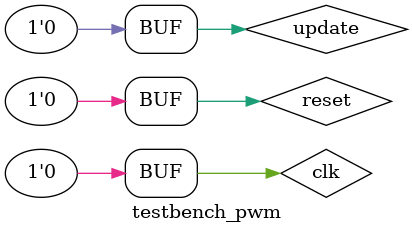
<source format=sv>
module testbench_pwm();
    logic clk, reset, update;
    logic pwm;
	

    //instantiate device under test
    GEN_PWM #(100) genpwm(.clk(clk), .reset(reset), .PWM_DUT_CYCLES(16'd50), .update(update),.PWM_OUT(pwm));

    initial
    begin
      reset <= 1; # 22; reset <= 0; //pulse reset
      update <= 1; # 1000; update <=0;
    end

    //generate clock to sequence tests
    always
        begin
            clk <= 1; # 5; clk <= 0; # 5;
        end
endmodule

</source>
